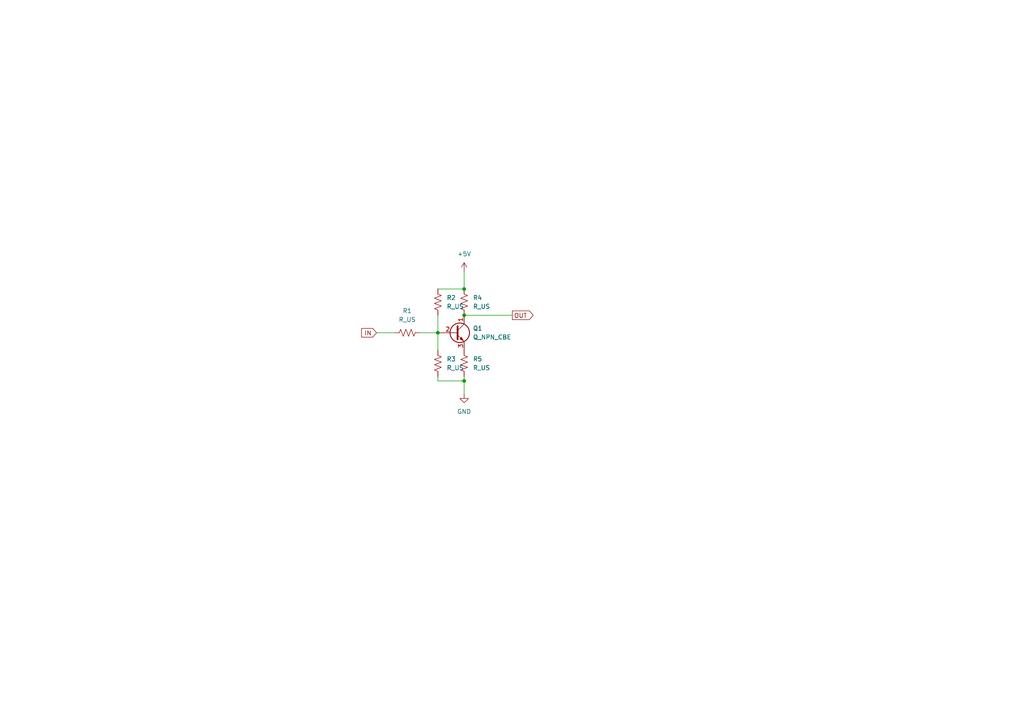
<source format=kicad_sch>
(kicad_sch (version 20250114) (generator "eeschema") (generator_version "9.0")
  (paper "A4")
  (lib_symbols
    (symbol "Device:Q_NPN_CBE" (pin_names (offset 0) (hide yes))
      (property "Reference" "Q" (at 5.08 1.27 0))
      (property "Value" "Q_NPN_CBE" (at 5.08 -1.27 0))
      (symbol "Q_NPN_CBE_0_1"
        (polyline (pts (xy 0.635 1.905) (xy 0.635 -1.905) (xy 0.635 -1.905)) (stroke (width 0.508)))
        (polyline (pts (xy 0.635 0.635) (xy 2.54 2.54)))
        (polyline (pts (xy 0.635 -0.635) (xy 2.54 -2.54) (xy 2.54 -2.54)))
        (circle (center 1.27 0) (radius 2.8194) (stroke (width 0.254)))
        (polyline (pts (xy 1.27 -1.778) (xy 1.778 -1.27) (xy 2.286 -2.286) (xy 1.27 -1.778) (xy 1.27 -1.778)) (fill (type outline)))
      )
      (symbol "Q_NPN_CBE_1_1"
        (pin input line (at -5.08 0 0) (length 5.715) (name "B") (number "2"))
        (pin passive line (at 2.54 5.08 270) (length 2.54) (name "C") (number "1"))
        (pin passive line (at 2.54 -5.08 90) (length 2.54) (name "E") (number "3"))
      )
    )
    (symbol "Device:R_US" (pin_numbers (hide yes)) (pin_names (offset 0))
      (property "Reference" "R" (at 2.54 0 90))
      (property "Value" "R_US" (at -2.54 0 90))
      (symbol "R_US_0_1"
        (polyline (pts (xy 0 2.286) (xy 0 2.54)))
        (polyline (pts (xy 0 2.286) (xy 1.016 1.905) (xy 0 1.524) (xy -1.016 1.143) (xy 0 0.762)))
        (polyline (pts (xy 0 0.762) (xy 1.016 0.381) (xy 0 0) (xy -1.016 -0.381) (xy 0 -0.762)))
        (polyline (pts (xy 0 -0.762) (xy 1.016 -1.143) (xy 0 -1.524) (xy -1.016 -1.905) (xy 0 -2.286)))
        (polyline (pts (xy 0 -2.286) (xy 0 -2.54)))
      )
      (symbol "R_US_1_1"
        (pin passive line (at 0 3.81 270) (length 1.27) (name "~") (number "1"))
        (pin passive line (at 0 -3.81 90) (length 1.27) (name "~") (number "2"))
      )
    )
    (symbol "power:+5V" (power) (pin_names (offset 0))
      (property "Value" "+5V" (at 0 3.556 0))
      (symbol "+5V_0_1"
        (polyline (pts (xy -0.762 1.27) (xy 0 2.54)))
        (polyline (pts (xy 0 2.54) (xy 0.762 1.27)))
        (polyline (pts (xy 0 0) (xy 0 2.54)))
      )
      (symbol "+5V_1_1"
        (pin power_in line (at 0 0 90) (length 0) (hide yes) (name "+5V") (number "1"))
      )
    )
    (symbol "power:GND" (power) (pin_names (offset 0))
      (property "Value" "GND" (at 0 -3.81 0))
      (symbol "GND_0_1"
        (polyline (pts (xy 0 0) (xy 0 -1.27) (xy 1.27 -1.27) (xy 0 -2.54) (xy -1.27 -1.27) (xy 0 -1.27)))
      )
      (symbol "GND_1_1"
        (pin power_in line (at 0 0 270) (length 0) (hide yes) (name "GND") (number "1"))
      )
    )
  )
  (junction (at 134.62 83.82))
  (junction (at 127 96.52))
  (junction (at 134.62 91.44))
  (junction (at 134.62 110.49))
  (wire (pts (xy 109.22 96.52) (xy 114.3 96.52)))
  (wire (pts (xy 127 91.44) (xy 127 96.52)))
  (wire (pts (xy 121.92 96.52) (xy 127 96.52)))
  (wire (pts (xy 127 110.49) (xy 134.62 110.49)))
  (wire (pts (xy 127 109.22) (xy 127 110.49)))
  (wire (pts (xy 134.62 110.49) (xy 134.62 114.3)))
  (wire (pts (xy 134.62 91.44) (xy 148.59 91.44)))
  (wire (pts (xy 134.62 78.74) (xy 134.62 83.82)))
  (wire (pts (xy 134.62 109.22) (xy 134.62 110.49)))
  (wire (pts (xy 127 83.82) (xy 134.62 83.82)))
  (wire (pts (xy 127 96.52) (xy 127 101.6)))
  (global_label "OUT" (shape output) (at 148.59 91.44 0) (property "Intersheetrefs" "${INTERSHEET_REFS}" (effects (hide yes))))
  (global_label "IN" (shape input) (at 109.22 96.52 180) (property "Intersheetrefs" "${INTERSHEET_REFS}" (effects (hide yes))))
  (symbol (lib_id "Device:R_US") (at 118.11 96.52 90) (unit 1)
    (property "Reference" "R1" (at 118.11 90.17 90))
    (property "Value" "R_US" (at 118.11 92.71 90))
  )
  (symbol (lib_id "Device:Q_NPN_CBE") (at 132.08 96.52 0) (unit 1)
    (property "Reference" "Q1" (at 137.16 95.2499 0) (effects (justify left)))
    (property "Value" "Q_NPN_CBE" (at 137.16 97.7899 0) (effects (justify left)))
  )
  (symbol (lib_id "power:GND") (at 134.62 114.3 0) (unit 1)
    (property "Reference" "#PWR02" (effects (hide yes)))
    (property "Value" "GND" (at 134.62 119.38 0))
  )
  (symbol (lib_id "Device:R_US") (at 134.62 87.63 0) (unit 1)
    (property "Reference" "R4" (at 137.16 86.3599 0) (effects (justify left)))
    (property "Value" "R_US" (at 137.16 88.8999 0) (effects (justify left)))
  )
  (symbol (lib_id "power:+5V") (at 134.62 78.74 0) (unit 1)
    (property "Reference" "#PWR01" (effects (hide yes)))
    (property "Value" "+5V" (at 134.62 73.66 0))
  )
  (symbol (lib_id "Device:R_US") (at 127 105.41 0) (unit 1)
    (property "Reference" "R3" (at 129.54 104.1399 0) (effects (justify left)))
    (property "Value" "R_US" (at 129.54 106.6799 0) (effects (justify left)))
  )
  (symbol (lib_id "Device:R_US") (at 134.62 105.41 0) (unit 1)
    (property "Reference" "R5" (at 137.16 104.1399 0) (effects (justify left)))
    (property "Value" "R_US" (at 137.16 106.6799 0) (effects (justify left)))
  )
  (symbol (lib_id "Device:R_US") (at 127 87.63 0) (unit 1)
    (property "Reference" "R2" (at 129.54 86.3599 0) (effects (justify left)))
    (property "Value" "R_US" (at 129.54 88.8999 0) (effects (justify left)))
  )
)
</source>
